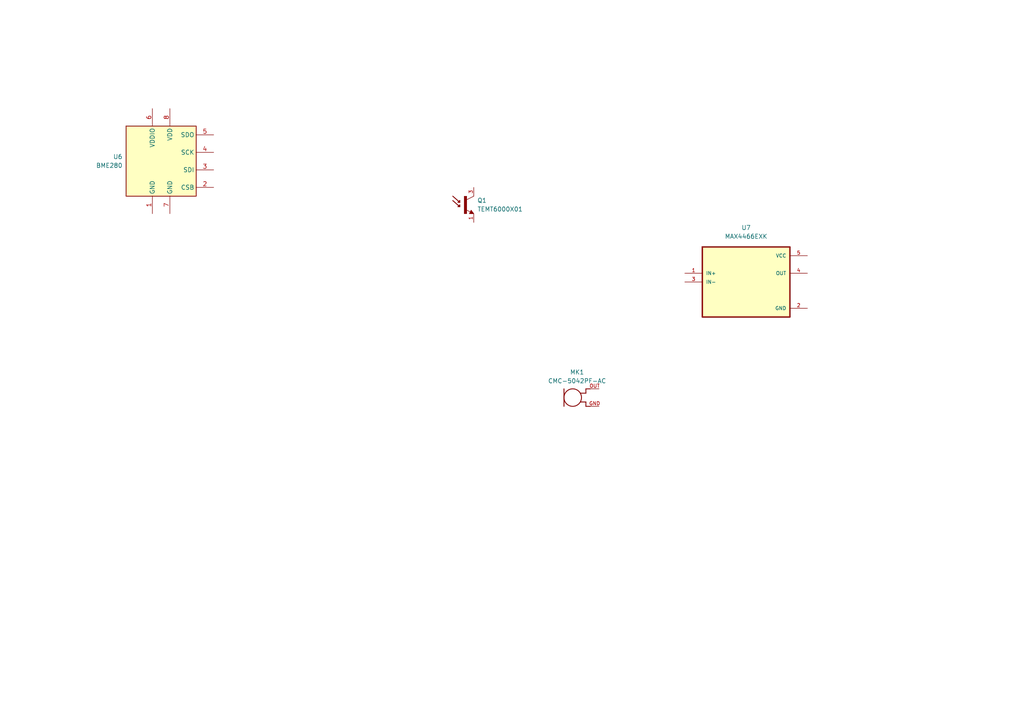
<source format=kicad_sch>
(kicad_sch (version 20250114) (generator "eeschema") (generator_version "9.0")
  (paper "A4")
  (title_block (date "2025-11-04"))
  (lib_symbols
    (symbol "CMC-5042PF-AC:CMC-5042PF-AC" (pin_names (offset 1.016))
      (property "Reference" "MK" (at -2.5424 5.0848 0))
      (property "Value" "CMC-5042PF-AC" (at -2.5442 -6.3606 0))
      (symbol "CMC-5042PF-AC_0_0"
        (polyline (pts (xy -2.54 2.54) (xy -2.54 -2.54)) (stroke (width 0.254)))
        (circle (center 0 0) (radius 2.54) (stroke (width 0.254)))
        (polyline (pts (xy 3.81 2.54) (xy 3.81 1.27)) (stroke (width 0.254)))
        (polyline (pts (xy 3.81 1.27) (xy 2.2352 1.27)) (stroke (width 0.254)))
        (polyline (pts (xy 3.81 -1.27) (xy 2.2352 -1.27)) (stroke (width 0.254)))
        (polyline (pts (xy 3.81 -2.54) (xy 3.81 -1.27)) (stroke (width 0.254)))
        (polyline (pts (xy 5.08 2.54) (xy 3.81 2.54)) (stroke (width 0.254)))
        (polyline (pts (xy 5.08 -2.54) (xy 3.81 -2.54)) (stroke (width 0.254)))
        (pin output line (at 7.62 2.54 180) (length 2.54) (name "~") (number "OUT"))
        (pin power_in line (at 7.62 -2.54 180) (length 2.54) (name "~") (number "GND"))
      )
    )
    (symbol "MAX4466EXK:MAX4466EXK" (pin_names (offset 1.016))
      (property "Reference" "U" (at -12.7 11.16 0))
      (property "Value" "MAX4466EXK" (at -12.7 -14.16 0))
      (symbol "MAX4466EXK_0_0"
        (rectangle (start -12.7 -10.16) (end 12.7 10.16) (stroke (width 0.41)) (fill (type background)))
        (pin input line (at -17.78 2.54 0) (length 5.08) (name "IN+") (number "1"))
        (pin input line (at -17.78 0 0) (length 5.08) (name "IN-") (number "3"))
        (pin power_in line (at 17.78 7.62 180) (length 5.08) (name "VCC") (number "5"))
        (pin output line (at 17.78 2.54 180) (length 5.08) (name "OUT") (number "4"))
        (pin power_in line (at 17.78 -7.62 180) (length 5.08) (name "GND") (number "2"))
      )
    )
    (symbol "Sensor:BME280"
      (property "Reference" "U" (at -8.89 11.43 0))
      (property "Value" "BME280" (at 7.62 11.43 0))
      (symbol "BME280_0_1"
        (rectangle (start -10.16 10.16) (end 10.16 -10.16) (stroke (width 0.254)) (fill (type background)))
      )
      (symbol "BME280_1_1"
        (pin power_in line (at -2.54 15.24 270) (length 5.08) (name "VDDIO") (number "6"))
        (pin power_in line (at -2.54 -15.24 90) (length 5.08) (name "GND") (number "1"))
        (pin power_in line (at 2.54 15.24 270) (length 5.08) (name "VDD") (number "8"))
        (pin power_in line (at 2.54 -15.24 90) (length 5.08) (name "GND") (number "7"))
        (pin bidirectional line (at 15.24 7.62 180) (length 5.08) (name "SDO") (number "5"))
        (pin input line (at 15.24 2.54 180) (length 5.08) (name "SCK") (number "4"))
        (pin bidirectional line (at 15.24 -2.54 180) (length 5.08) (name "SDI") (number "3"))
        (pin input line (at 15.24 -7.62 180) (length 5.08) (name "CSB") (number "2"))
      )
    )
    (symbol "TEMT6000X01:TEMT6000X01" (pin_names (offset 1.016))
      (property "Reference" "Q" (at 5.0999 0 0))
      (property "Value" "TEMT6000X01" (at 5.0887 -2.5444 0))
      (symbol "TEMT6000X01_0_0"
        (polyline (pts (xy -3.556 2.54) (xy -1.524 0.762)) (stroke (width 0.254)))
        (polyline (pts (xy -3.556 1.27) (xy -1.524 -0.508)) (stroke (width 0.254)))
        (polyline (pts (xy -2.032 0.762) (xy -1.524 1.27)) (stroke (width 0.254)))
        (polyline (pts (xy -2.032 -0.508) (xy -1.524 0)) (stroke (width 0.254)))
        (polyline (pts (xy -1.524 1.27) (xy -1.524 0.762)) (stroke (width 0.254)))
        (polyline (pts (xy -1.524 0.762) (xy -2.032 0.762)) (stroke (width 0.254)))
        (polyline (pts (xy -1.524 0) (xy -1.524 -0.508)) (stroke (width 0.254)))
        (polyline (pts (xy -1.524 -0.508) (xy -2.032 -0.508)) (stroke (width 0.254)))
        (rectangle (start -0.2547 -2.5468) (end 0.508 2.54) (stroke (width 0.1)) (fill (type outline)))
        (polyline (pts (xy 1.27 -2.54) (xy 1.778 -1.524)) (stroke (width 0.1524)))
        (polyline (pts (xy 1.524 -2.286) (xy 1.905 -2.286)) (stroke (width 0.254)))
        (polyline (pts (xy 1.524 -2.413) (xy 2.286 -2.413)) (stroke (width 0.254)))
        (polyline (pts (xy 1.54 -2.04) (xy 0.308 -1.424)) (stroke (width 0.1524)))
        (polyline (pts (xy 1.778 -1.524) (xy 2.54 -2.54)) (stroke (width 0.1524)))
        (polyline (pts (xy 1.778 -1.778) (xy 1.524 -2.286)) (stroke (width 0.254)))
        (polyline (pts (xy 1.905 -2.286) (xy 1.778 -2.032)) (stroke (width 0.254)))
        (polyline (pts (xy 2.286 -2.413) (xy 1.778 -1.778)) (stroke (width 0.254)))
        (polyline (pts (xy 2.54 2.54) (xy 0.508 1.524)) (stroke (width 0.1524)))
        (polyline (pts (xy 2.54 -2.54) (xy 1.27 -2.54)) (stroke (width 0.1524)))
        (pin passive line (at 2.54 5.08 270) (length 2.54) (name "~") (number "3"))
        (pin passive line (at 2.54 -5.08 90) (length 2.54) (name "~") (number "1"))
      )
    )
  )
  (symbol (lib_id "TEMT6000X01:TEMT6000X01") (at 134.874 59.436 0) (unit 1)
    (property "Reference" "Q1" (at 138.43 58.1405 0) (effects (justify left)))
    (property "Value" "TEMT6000X01" (at 138.43 60.6805 0) (effects (justify left)))
    (property "Footprint" "TEMT6000X01:TRANS_TEMT6000X01" (effects (hide yes)))
    (property "MF" "Vishay Semiconductor" (effects (hide yes)))
    (property "Description_1" "Phototransistors 570nm Top View 1206 (3216 Metric)" (effects (hide yes)))
    (property "Package" "1206 Vishay" (effects (hide yes)))
    (property "Price" "None" (effects (hide yes)))
    (property "Check_prices" "https://www.snapeda.com/parts/TEMT6000X01/Vishay/view-part/?ref=eda" (effects (hide yes)))
    (property "STANDARD" "Manufacturer Recommendations" (effects (hide yes)))
    (property "PARTREV" "1.9" (effects (hide yes)))
    (property "SnapEDA_Link" "https://www.snapeda.com/parts/TEMT6000X01/Vishay/view-part/?ref=snap" (effects (hide yes)))
    (property "MP" "TEMT6000X01" (effects (hide yes)))
    (property "Availability" "In Stock" (effects (hide yes)))
    (property "MANUFACTURER" "VISHAY" (effects (hide yes)))
  )
  (symbol (lib_id "MAX4466EXK:MAX4466EXK") (at 216.408 81.788 0) (unit 1)
    (property "Reference" "U7" (at 216.408 66.04 0))
    (property "Value" "MAX4466EXK" (at 216.408 68.58 0))
    (property "Footprint" "MAX4466EXK:SOT65P210X110-5N" (effects (hide yes)))
    (property "MF" "Maxim Integrated Products" (effects (hide yes)))
    (property "Description_1" "Audio Amp Microphone 1-CH Mono Class-AB 5-Pin SC-70 T/R" (effects (hide yes)))
    (property "Package" "SC-70-5 Maxim" (effects (hide yes)))
    (property "Price" "None" (effects (hide yes)))
    (property "SnapEDA_Link" "https://www.snapeda.com/parts/MAX4466EXK+T/Maxim+Integrated/view-part/?ref=snap" (effects (hide yes)))
    (property "MP" "MAX4466EXK+T" (effects (hide yes)))
    (property "Availability" "In Stock" (effects (hide yes)))
    (property "Check_prices" "https://www.snapeda.com/parts/MAX4466EXK+T/Maxim+Integrated/view-part/?ref=eda" (effects (hide yes)))
  )
  (symbol (lib_id "Sensor:BME280") (at 46.736 46.736 0) (unit 1)
    (property "Reference" "U6" (at 35.56 45.4659 0) (effects (justify right)))
    (property "Value" "BME280" (at 35.56 48.0059 0) (effects (justify right)))
    (property "Footprint" "Package_LGA:Bosch_LGA-8_2.5x2.5mm_P0.65mm_ClockwisePinNumbering" (effects (hide yes)))
    (property "Datasheet" "https://www.bosch-sensortec.com/media/boschsensortec/downloads/datasheets/bst-bme280-ds002.pdf" (effects (hide yes)))
    (property "Description" "3-in-1 sensor, humidity, pressure, temperature, I2C and SPI interface, 1.71-3.6V, LGA-8" (effects (hide yes)))
  )
  (symbol (lib_id "CMC-5042PF-AC:CMC-5042PF-AC") (at 166.116 115.316 0) (unit 1)
    (property "Reference" "MK1" (at 167.386 107.95 0))
    (property "Value" "CMC-5042PF-AC" (at 167.386 110.49 0))
    (property "Footprint" "CMC-5042PF-AC:CUI_CMC-5042PF-AC" (effects (hide yes)))
    (property "MF" "Same Sky" (effects (hide yes)))
    (property "Description_1" "6.0 mm, Omnidirectional, PCB Mount, 2.0 Vdc, Electret Condenser Microphone" (effects (hide yes)))
    (property "Package" "None" (effects (hide yes)))
    (property "Price" "None" (effects (hide yes)))
    (property "Check_prices" "https://www.snapeda.com/parts/CMC-5042PF-AC/Same+Sky/view-part/?ref=eda" (effects (hide yes)))
    (property "STANDARD" "Manufacturer recommendations" (effects (hide yes)))
    (property "SnapEDA_Link" "https://www.snapeda.com/parts/CMC-5042PF-AC/Same+Sky/view-part/?ref=snap" (effects (hide yes)))
    (property "MP" "CMC-5042PF-AC" (effects (hide yes)))
    (property "Availability" "In Stock" (effects (hide yes)))
    (property "MANUFACTURER" "CUI INC" (effects (hide yes)))
  )
)
</source>
